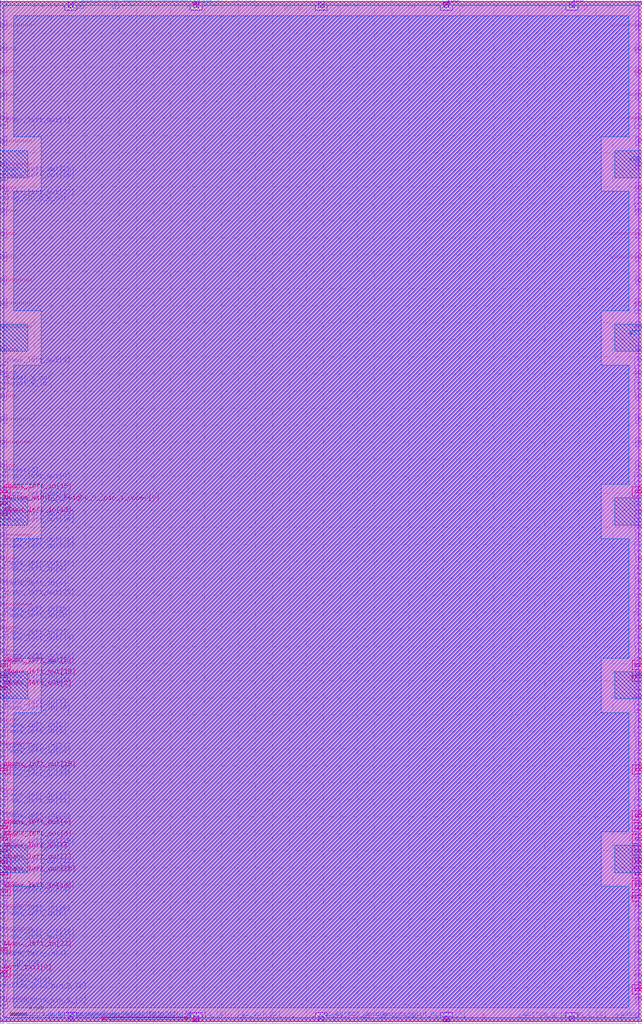
<source format=lef>
VERSION 5.7 ;
BUSBITCHARS "[]" ;

UNITS
  DATABASE MICRONS 1000 ;
END UNITS

MANUFACTURINGGRID 0.005 ;

LAYER li1
  TYPE ROUTING ;
  DIRECTION VERTICAL ;
  PITCH 0.46 ;
  WIDTH 0.17 ;
END li1

LAYER mcon
  TYPE CUT ;
END mcon

LAYER met1
  TYPE ROUTING ;
  DIRECTION HORIZONTAL ;
  PITCH 0.34 ;
  WIDTH 0.14 ;
END met1

LAYER via
  TYPE CUT ;
END via

LAYER met2
  TYPE ROUTING ;
  DIRECTION VERTICAL ;
  PITCH 0.46 ;
  WIDTH 0.14 ;
END met2

LAYER via2
  TYPE CUT ;
END via2

LAYER met3
  TYPE ROUTING ;
  DIRECTION HORIZONTAL ;
  PITCH 0.68 ;
  WIDTH 0.3 ;
END met3

LAYER via3
  TYPE CUT ;
END via3

LAYER met4
  TYPE ROUTING ;
  DIRECTION VERTICAL ;
  PITCH 0.92 ;
  WIDTH 0.3 ;
END met4

LAYER via4
  TYPE CUT ;
END via4

LAYER met5
  TYPE ROUTING ;
  DIRECTION HORIZONTAL ;
  PITCH 3.4 ;
  WIDTH 1.6 ;
END met5

LAYER nwell
  TYPE MASTERSLICE ;
END nwell

LAYER pwell
  TYPE MASTERSLICE ;
END pwell

LAYER OVERLAP
  TYPE OVERLAP ;
END OVERLAP

VIA L1M1_PR
  LAYER li1 ;
    RECT -0.085 -0.085 0.085 0.085 ;
  LAYER mcon ;
    RECT -0.085 -0.085 0.085 0.085 ;
  LAYER met1 ;
    RECT -0.145 -0.115 0.145 0.115 ;
END L1M1_PR

VIA L1M1_PR_R
  LAYER li1 ;
    RECT -0.085 -0.085 0.085 0.085 ;
  LAYER mcon ;
    RECT -0.085 -0.085 0.085 0.085 ;
  LAYER met1 ;
    RECT -0.115 -0.145 0.115 0.145 ;
END L1M1_PR_R

VIA L1M1_PR_M
  LAYER li1 ;
    RECT -0.085 -0.085 0.085 0.085 ;
  LAYER mcon ;
    RECT -0.085 -0.085 0.085 0.085 ;
  LAYER met1 ;
    RECT -0.115 -0.145 0.115 0.145 ;
END L1M1_PR_M

VIA L1M1_PR_MR
  LAYER li1 ;
    RECT -0.085 -0.085 0.085 0.085 ;
  LAYER mcon ;
    RECT -0.085 -0.085 0.085 0.085 ;
  LAYER met1 ;
    RECT -0.145 -0.115 0.145 0.115 ;
END L1M1_PR_MR

VIA L1M1_PR_C
  LAYER li1 ;
    RECT -0.085 -0.085 0.085 0.085 ;
  LAYER mcon ;
    RECT -0.085 -0.085 0.085 0.085 ;
  LAYER met1 ;
    RECT -0.145 -0.145 0.145 0.145 ;
END L1M1_PR_C

VIA M1M2_PR
  LAYER met1 ;
    RECT -0.16 -0.13 0.16 0.13 ;
  LAYER via ;
    RECT -0.075 -0.075 0.075 0.075 ;
  LAYER met2 ;
    RECT -0.13 -0.16 0.13 0.16 ;
END M1M2_PR

VIA M1M2_PR_Enc
  LAYER met1 ;
    RECT -0.16 -0.13 0.16 0.13 ;
  LAYER via ;
    RECT -0.075 -0.075 0.075 0.075 ;
  LAYER met2 ;
    RECT -0.16 -0.13 0.16 0.13 ;
END M1M2_PR_Enc

VIA M1M2_PR_R
  LAYER met1 ;
    RECT -0.13 -0.16 0.13 0.16 ;
  LAYER via ;
    RECT -0.075 -0.075 0.075 0.075 ;
  LAYER met2 ;
    RECT -0.16 -0.13 0.16 0.13 ;
END M1M2_PR_R

VIA M1M2_PR_R_Enc
  LAYER met1 ;
    RECT -0.13 -0.16 0.13 0.16 ;
  LAYER via ;
    RECT -0.075 -0.075 0.075 0.075 ;
  LAYER met2 ;
    RECT -0.13 -0.16 0.13 0.16 ;
END M1M2_PR_R_Enc

VIA M1M2_PR_M
  LAYER met1 ;
    RECT -0.16 -0.13 0.16 0.13 ;
  LAYER via ;
    RECT -0.075 -0.075 0.075 0.075 ;
  LAYER met2 ;
    RECT -0.16 -0.13 0.16 0.13 ;
END M1M2_PR_M

VIA M1M2_PR_M_Enc
  LAYER met1 ;
    RECT -0.16 -0.13 0.16 0.13 ;
  LAYER via ;
    RECT -0.075 -0.075 0.075 0.075 ;
  LAYER met2 ;
    RECT -0.13 -0.16 0.13 0.16 ;
END M1M2_PR_M_Enc

VIA M1M2_PR_MR
  LAYER met1 ;
    RECT -0.13 -0.16 0.13 0.16 ;
  LAYER via ;
    RECT -0.075 -0.075 0.075 0.075 ;
  LAYER met2 ;
    RECT -0.13 -0.16 0.13 0.16 ;
END M1M2_PR_MR

VIA M1M2_PR_MR_Enc
  LAYER met1 ;
    RECT -0.13 -0.16 0.13 0.16 ;
  LAYER via ;
    RECT -0.075 -0.075 0.075 0.075 ;
  LAYER met2 ;
    RECT -0.16 -0.13 0.16 0.13 ;
END M1M2_PR_MR_Enc

VIA M1M2_PR_C
  LAYER met1 ;
    RECT -0.16 -0.16 0.16 0.16 ;
  LAYER via ;
    RECT -0.075 -0.075 0.075 0.075 ;
  LAYER met2 ;
    RECT -0.16 -0.16 0.16 0.16 ;
END M1M2_PR_C

VIA M2M3_PR
  LAYER met2 ;
    RECT -0.14 -0.185 0.14 0.185 ;
  LAYER via2 ;
    RECT -0.1 -0.1 0.1 0.1 ;
  LAYER met3 ;
    RECT -0.165 -0.165 0.165 0.165 ;
END M2M3_PR

VIA M2M3_PR_R
  LAYER met2 ;
    RECT -0.185 -0.14 0.185 0.14 ;
  LAYER via2 ;
    RECT -0.1 -0.1 0.1 0.1 ;
  LAYER met3 ;
    RECT -0.165 -0.165 0.165 0.165 ;
END M2M3_PR_R

VIA M2M3_PR_M
  LAYER met2 ;
    RECT -0.14 -0.185 0.14 0.185 ;
  LAYER via2 ;
    RECT -0.1 -0.1 0.1 0.1 ;
  LAYER met3 ;
    RECT -0.165 -0.165 0.165 0.165 ;
END M2M3_PR_M

VIA M2M3_PR_MR
  LAYER met2 ;
    RECT -0.185 -0.14 0.185 0.14 ;
  LAYER via2 ;
    RECT -0.1 -0.1 0.1 0.1 ;
  LAYER met3 ;
    RECT -0.165 -0.165 0.165 0.165 ;
END M2M3_PR_MR

VIA M2M3_PR_C
  LAYER met2 ;
    RECT -0.185 -0.185 0.185 0.185 ;
  LAYER via2 ;
    RECT -0.1 -0.1 0.1 0.1 ;
  LAYER met3 ;
    RECT -0.165 -0.165 0.165 0.165 ;
END M2M3_PR_C

VIA M3M4_PR
  LAYER met3 ;
    RECT -0.19 -0.16 0.19 0.16 ;
  LAYER via3 ;
    RECT -0.1 -0.1 0.1 0.1 ;
  LAYER met4 ;
    RECT -0.165 -0.165 0.165 0.165 ;
END M3M4_PR

VIA M3M4_PR_R
  LAYER met3 ;
    RECT -0.16 -0.19 0.16 0.19 ;
  LAYER via3 ;
    RECT -0.1 -0.1 0.1 0.1 ;
  LAYER met4 ;
    RECT -0.165 -0.165 0.165 0.165 ;
END M3M4_PR_R

VIA M3M4_PR_M
  LAYER met3 ;
    RECT -0.19 -0.16 0.19 0.16 ;
  LAYER via3 ;
    RECT -0.1 -0.1 0.1 0.1 ;
  LAYER met4 ;
    RECT -0.165 -0.165 0.165 0.165 ;
END M3M4_PR_M

VIA M3M4_PR_MR
  LAYER met3 ;
    RECT -0.16 -0.19 0.16 0.19 ;
  LAYER via3 ;
    RECT -0.1 -0.1 0.1 0.1 ;
  LAYER met4 ;
    RECT -0.165 -0.165 0.165 0.165 ;
END M3M4_PR_MR

VIA M3M4_PR_C
  LAYER met3 ;
    RECT -0.19 -0.19 0.19 0.19 ;
  LAYER via3 ;
    RECT -0.1 -0.1 0.1 0.1 ;
  LAYER met4 ;
    RECT -0.165 -0.165 0.165 0.165 ;
END M3M4_PR_C

VIA M4M5_PR
  LAYER met4 ;
    RECT -0.59 -0.59 0.59 0.59 ;
  LAYER via4 ;
    RECT -0.4 -0.4 0.4 0.4 ;
  LAYER met5 ;
    RECT -0.71 -0.71 0.71 0.71 ;
END M4M5_PR

VIA M4M5_PR_R
  LAYER met4 ;
    RECT -0.59 -0.59 0.59 0.59 ;
  LAYER via4 ;
    RECT -0.4 -0.4 0.4 0.4 ;
  LAYER met5 ;
    RECT -0.71 -0.71 0.71 0.71 ;
END M4M5_PR_R

VIA M4M5_PR_M
  LAYER met4 ;
    RECT -0.59 -0.59 0.59 0.59 ;
  LAYER via4 ;
    RECT -0.4 -0.4 0.4 0.4 ;
  LAYER met5 ;
    RECT -0.71 -0.71 0.71 0.71 ;
END M4M5_PR_M

VIA M4M5_PR_MR
  LAYER met4 ;
    RECT -0.59 -0.59 0.59 0.59 ;
  LAYER via4 ;
    RECT -0.4 -0.4 0.4 0.4 ;
  LAYER met5 ;
    RECT -0.71 -0.71 0.71 0.71 ;
END M4M5_PR_MR

VIA M4M5_PR_C
  LAYER met4 ;
    RECT -0.59 -0.59 0.59 0.59 ;
  LAYER via4 ;
    RECT -0.4 -0.4 0.4 0.4 ;
  LAYER met5 ;
    RECT -0.71 -0.71 0.71 0.71 ;
END M4M5_PR_C

SITE unit
  CLASS CORE ;
  SYMMETRY Y ;
  SIZE 0.46 BY 2.72 ;
END unit

SITE unithddbl
  CLASS CORE ;
  SIZE 0.46 BY 5.44 ;
END unithddbl

MACRO cbx_1__2_
  CLASS BLOCK ;
  ORIGIN 0 0 ;
  SIZE 75.44 BY 119.68 ;
  SYMMETRY X Y ;
  PIN pReset[0]
    DIRECTION INPUT ;
    USE SIGNAL ;
    PORT
      LAYER met1 ;
        RECT 0 64.02 0.595 64.16 ;
    END
  END pReset[0]
  PIN chanx_left_in[0]
    DIRECTION INPUT ;
    USE SIGNAL ;
    PORT
      LAYER met1 ;
        RECT 0 50.76 0.595 50.9 ;
    END
  END chanx_left_in[0]
  PIN chanx_left_in[1]
    DIRECTION INPUT ;
    USE SIGNAL ;
    PORT
      LAYER met1 ;
        RECT 0 33.42 0.595 33.56 ;
    END
  END chanx_left_in[1]
  PIN chanx_left_in[2]
    DIRECTION INPUT ;
    USE SIGNAL ;
    PORT
      LAYER met1 ;
        RECT 0 34.1 0.595 34.24 ;
    END
  END chanx_left_in[2]
  PIN chanx_left_in[3]
    DIRECTION INPUT ;
    USE SIGNAL ;
    PORT
      LAYER met1 ;
        RECT 0 44.98 0.595 45.12 ;
    END
  END chanx_left_in[3]
  PIN chanx_left_in[4]
    DIRECTION INPUT ;
    USE SIGNAL ;
    PORT
      LAYER met1 ;
        RECT 0 7.24 0.595 7.38 ;
    END
  END chanx_left_in[4]
  PIN chanx_left_in[5]
    DIRECTION INPUT ;
    USE SIGNAL ;
    PORT
      LAYER met1 ;
        RECT 0 36.82 0.595 36.96 ;
    END
  END chanx_left_in[5]
  PIN chanx_left_in[6]
    DIRECTION INPUT ;
    USE SIGNAL ;
    PORT
      LAYER met1 ;
        RECT 0 39.2 0.595 39.34 ;
    END
  END chanx_left_in[6]
  PIN chanx_left_in[7]
    DIRECTION INPUT ;
    USE SIGNAL ;
    PORT
      LAYER met3 ;
        RECT 0 19.91 0.8 20.21 ;
    END
  END chanx_left_in[7]
  PIN chanx_left_in[8]
    DIRECTION INPUT ;
    USE SIGNAL ;
    PORT
      LAYER met1 ;
        RECT 0 12 0.595 12.14 ;
    END
  END chanx_left_in[8]
  PIN chanx_left_in[9]
    DIRECTION INPUT ;
    USE SIGNAL ;
    PORT
      LAYER met1 ;
        RECT 0 52.46 0.595 52.6 ;
    END
  END chanx_left_in[9]
  PIN chanx_left_in[10]
    DIRECTION INPUT ;
    USE SIGNAL ;
    PORT
      LAYER met1 ;
        RECT 0 47.7 0.595 47.84 ;
    END
  END chanx_left_in[10]
  PIN chanx_left_in[11]
    DIRECTION INPUT ;
    USE SIGNAL ;
    PORT
      LAYER met1 ;
        RECT 0 25.26 0.595 25.4 ;
    END
  END chanx_left_in[11]
  PIN chanx_left_in[12]
    DIRECTION INPUT ;
    USE SIGNAL ;
    PORT
      LAYER met1 ;
        RECT 0 39.88 0.595 40.02 ;
    END
  END chanx_left_in[12]
  PIN chanx_left_in[13]
    DIRECTION INPUT ;
    USE SIGNAL ;
    PORT
      LAYER met1 ;
        RECT 0 22.88 0.595 23.02 ;
    END
  END chanx_left_in[13]
  PIN chanx_left_in[14]
    DIRECTION INPUT ;
    USE SIGNAL ;
    PORT
      LAYER met1 ;
        RECT 0 36.14 0.595 36.28 ;
    END
  END chanx_left_in[14]
  PIN chanx_left_in[15]
    DIRECTION INPUT ;
    USE SIGNAL ;
    PORT
      LAYER met3 ;
        RECT 0 62.07 0.8 62.37 ;
    END
  END chanx_left_in[15]
  PIN chanx_left_in[16]
    DIRECTION INPUT ;
    USE SIGNAL ;
    PORT
      LAYER met3 ;
        RECT 0 15.15 0.8 15.45 ;
    END
  END chanx_left_in[16]
  PIN chanx_left_in[17]
    DIRECTION INPUT ;
    USE SIGNAL ;
    PORT
      LAYER met1 ;
        RECT 0 25.94 0.595 26.08 ;
    END
  END chanx_left_in[17]
  PIN chanx_left_in[18]
    DIRECTION INPUT ;
    USE SIGNAL ;
    PORT
      LAYER met3 ;
        RECT 0 59.35 0.8 59.65 ;
    END
  END chanx_left_in[18]
  PIN chanx_left_in[19]
    DIRECTION INPUT ;
    USE SIGNAL ;
    PORT
      LAYER met1 ;
        RECT 0 14.72 0.595 14.86 ;
    END
  END chanx_left_in[19]
  PIN chanx_left_in[20]
    DIRECTION INPUT ;
    USE SIGNAL ;
    PORT
      LAYER met1 ;
        RECT 0 17.1 0.595 17.24 ;
    END
  END chanx_left_in[20]
  PIN chanx_left_in[21]
    DIRECTION INPUT ;
    USE SIGNAL ;
    PORT
      LAYER met1 ;
        RECT 0 31.72 0.595 31.86 ;
    END
  END chanx_left_in[21]
  PIN chanx_left_in[22]
    DIRECTION INPUT ;
    USE SIGNAL ;
    PORT
      LAYER met3 ;
        RECT 0 8.35 0.8 8.65 ;
    END
  END chanx_left_in[22]
  PIN chanx_left_in[23]
    DIRECTION INPUT ;
    USE SIGNAL ;
    PORT
      LAYER met1 ;
        RECT 0 23.56 0.595 23.7 ;
    END
  END chanx_left_in[23]
  PIN chanx_left_in[24]
    DIRECTION INPUT ;
    USE SIGNAL ;
    PORT
      LAYER met1 ;
        RECT 0 31.04 0.595 31.18 ;
    END
  END chanx_left_in[24]
  PIN chanx_left_in[25]
    DIRECTION INPUT ;
    USE SIGNAL ;
    PORT
      LAYER met1 ;
        RECT 0 29 0.595 29.14 ;
    END
  END chanx_left_in[25]
  PIN chanx_left_in[26]
    DIRECTION INPUT ;
    USE SIGNAL ;
    PORT
      LAYER met1 ;
        RECT 0 47.02 0.595 47.16 ;
    END
  END chanx_left_in[26]
  PIN chanx_left_in[27]
    DIRECTION INPUT ;
    USE SIGNAL ;
    PORT
      LAYER met1 ;
        RECT 0 60.62 0.595 60.76 ;
    END
  END chanx_left_in[27]
  PIN chanx_left_in[28]
    DIRECTION INPUT ;
    USE SIGNAL ;
    PORT
      LAYER met1 ;
        RECT 0 12.68 0.595 12.82 ;
    END
  END chanx_left_in[28]
  PIN chanx_left_in[29]
    DIRECTION INPUT ;
    USE SIGNAL ;
    PORT
      LAYER met1 ;
        RECT 0 28.32 0.595 28.46 ;
    END
  END chanx_left_in[29]
  PIN chanx_right_in[0]
    DIRECTION INPUT ;
    USE SIGNAL ;
    PORT
      LAYER met1 ;
        RECT 74.845 50.76 75.44 50.9 ;
    END
  END chanx_right_in[0]
  PIN chanx_right_in[1]
    DIRECTION INPUT ;
    USE SIGNAL ;
    PORT
      LAYER met1 ;
        RECT 74.845 83.4 75.44 83.54 ;
    END
  END chanx_right_in[1]
  PIN chanx_right_in[2]
    DIRECTION INPUT ;
    USE SIGNAL ;
    PORT
      LAYER met3 ;
        RECT 74.64 23.99 75.44 24.29 ;
    END
  END chanx_right_in[2]
  PIN chanx_right_in[3]
    DIRECTION INPUT ;
    USE SIGNAL ;
    PORT
      LAYER met1 ;
        RECT 74.845 50.08 75.44 50.22 ;
    END
  END chanx_right_in[3]
  PIN chanx_right_in[4]
    DIRECTION INPUT ;
    USE SIGNAL ;
    PORT
      LAYER met3 ;
        RECT 74.64 22.63 75.44 22.93 ;
    END
  END chanx_right_in[4]
  PIN chanx_right_in[5]
    DIRECTION INPUT ;
    USE SIGNAL ;
    PORT
      LAYER met1 ;
        RECT 74.845 41.92 75.44 42.06 ;
    END
  END chanx_right_in[5]
  PIN chanx_right_in[6]
    DIRECTION INPUT ;
    USE SIGNAL ;
    PORT
      LAYER met1 ;
        RECT 74.845 44.98 75.44 45.12 ;
    END
  END chanx_right_in[6]
  PIN chanx_right_in[7]
    DIRECTION INPUT ;
    USE SIGNAL ;
    PORT
      LAYER met1 ;
        RECT 74.845 25.94 75.44 26.08 ;
    END
  END chanx_right_in[7]
  PIN chanx_right_in[8]
    DIRECTION INPUT ;
    USE SIGNAL ;
    PORT
      LAYER met1 ;
        RECT 74.845 27.98 75.44 28.12 ;
    END
  END chanx_right_in[8]
  PIN chanx_right_in[9]
    DIRECTION INPUT ;
    USE SIGNAL ;
    PORT
      LAYER met1 ;
        RECT 74.845 57.9 75.44 58.04 ;
    END
  END chanx_right_in[9]
  PIN chanx_right_in[10]
    DIRECTION INPUT ;
    USE SIGNAL ;
    PORT
      LAYER met1 ;
        RECT 74.845 22.54 75.44 22.68 ;
    END
  END chanx_right_in[10]
  PIN chanx_right_in[11]
    DIRECTION INPUT ;
    USE SIGNAL ;
    PORT
      LAYER met3 ;
        RECT 74.64 15.83 75.44 16.13 ;
    END
  END chanx_right_in[11]
  PIN chanx_right_in[12]
    DIRECTION INPUT ;
    USE SIGNAL ;
    PORT
      LAYER met1 ;
        RECT 74.845 33.76 75.44 33.9 ;
    END
  END chanx_right_in[12]
  PIN chanx_right_in[13]
    DIRECTION INPUT ;
    USE SIGNAL ;
    PORT
      LAYER met1 ;
        RECT 74.845 23.22 75.44 23.36 ;
    END
  END chanx_right_in[13]
  PIN chanx_right_in[14]
    DIRECTION INPUT ;
    USE SIGNAL ;
    PORT
      LAYER met1 ;
        RECT 74.845 31.38 75.44 31.52 ;
    END
  END chanx_right_in[14]
  PIN chanx_right_in[15]
    DIRECTION INPUT ;
    USE SIGNAL ;
    PORT
      LAYER met3 ;
        RECT 74.64 62.07 75.44 62.37 ;
    END
  END chanx_right_in[15]
  PIN chanx_right_in[16]
    DIRECTION INPUT ;
    USE SIGNAL ;
    PORT
      LAYER met1 ;
        RECT 74.845 14.72 75.44 14.86 ;
    END
  END chanx_right_in[16]
  PIN chanx_right_in[17]
    DIRECTION INPUT ;
    USE SIGNAL ;
    PORT
      LAYER met1 ;
        RECT 74.845 12.68 75.44 12.82 ;
    END
  END chanx_right_in[17]
  PIN chanx_right_in[18]
    DIRECTION INPUT ;
    USE SIGNAL ;
    PORT
      LAYER met1 ;
        RECT 74.845 36.48 75.44 36.62 ;
    END
  END chanx_right_in[18]
  PIN chanx_right_in[19]
    DIRECTION INPUT ;
    USE SIGNAL ;
    PORT
      LAYER met3 ;
        RECT 74.64 21.27 75.44 21.57 ;
    END
  END chanx_right_in[19]
  PIN chanx_right_in[20]
    DIRECTION INPUT ;
    USE SIGNAL ;
    PORT
      LAYER met1 ;
        RECT 74.845 12 75.44 12.14 ;
    END
  END chanx_right_in[20]
  PIN chanx_right_in[21]
    DIRECTION INPUT ;
    USE SIGNAL ;
    PORT
      LAYER met1 ;
        RECT 74.845 30.7 75.44 30.84 ;
    END
  END chanx_right_in[21]
  PIN chanx_right_in[22]
    DIRECTION INPUT ;
    USE SIGNAL ;
    PORT
      LAYER met1 ;
        RECT 74.845 34.44 75.44 34.58 ;
    END
  END chanx_right_in[22]
  PIN chanx_right_in[23]
    DIRECTION INPUT ;
    USE SIGNAL ;
    PORT
      LAYER met1 ;
        RECT 74.845 9.96 75.44 10.1 ;
    END
  END chanx_right_in[23]
  PIN chanx_right_in[24]
    DIRECTION INPUT ;
    USE SIGNAL ;
    PORT
      LAYER met3 ;
        RECT 74.64 40.31 75.44 40.61 ;
    END
  END chanx_right_in[24]
  PIN chanx_right_in[25]
    DIRECTION INPUT ;
    USE SIGNAL ;
    PORT
      LAYER met1 ;
        RECT 74.845 25.26 75.44 25.4 ;
    END
  END chanx_right_in[25]
  PIN chanx_right_in[26]
    DIRECTION INPUT ;
    USE SIGNAL ;
    PORT
      LAYER met1 ;
        RECT 74.845 6.56 75.44 6.7 ;
    END
  END chanx_right_in[26]
  PIN chanx_right_in[27]
    DIRECTION INPUT ;
    USE SIGNAL ;
    PORT
      LAYER met1 ;
        RECT 74.845 55.18 75.44 55.32 ;
    END
  END chanx_right_in[27]
  PIN chanx_right_in[28]
    DIRECTION INPUT ;
    USE SIGNAL ;
    PORT
      LAYER met1 ;
        RECT 74.845 18.12 75.44 18.26 ;
    END
  END chanx_right_in[28]
  PIN chanx_right_in[29]
    DIRECTION INPUT ;
    USE SIGNAL ;
    PORT
      LAYER met1 ;
        RECT 74.845 15.4 75.44 15.54 ;
    END
  END chanx_right_in[29]
  PIN ccff_head[0]
    DIRECTION INPUT ;
    USE SIGNAL ;
    PORT
      LAYER met1 ;
        RECT 74.845 3.84 75.44 3.98 ;
    END
  END ccff_head[0]
  PIN chanx_left_out[0]
    DIRECTION OUTPUT ;
    USE SIGNAL ;
    PORT
      LAYER met3 ;
        RECT 0 22.63 0.8 22.93 ;
    END
  END chanx_left_out[0]
  PIN chanx_left_out[1]
    DIRECTION OUTPUT ;
    USE SIGNAL ;
    PORT
      LAYER met1 ;
        RECT 0 105.16 0.595 105.3 ;
    END
  END chanx_left_out[1]
  PIN chanx_left_out[2]
    DIRECTION OUTPUT ;
    USE SIGNAL ;
    PORT
      LAYER met3 ;
        RECT 0 38.95 0.8 39.25 ;
    END
  END chanx_left_out[2]
  PIN chanx_left_out[3]
    DIRECTION OUTPUT ;
    USE SIGNAL ;
    PORT
      LAYER met1 ;
        RECT 0 61.3 0.595 61.44 ;
    END
  END chanx_left_out[3]
  PIN chanx_left_out[4]
    DIRECTION OUTPUT ;
    USE SIGNAL ;
    PORT
      LAYER met1 ;
        RECT 0 19.82 0.595 19.96 ;
    END
  END chanx_left_out[4]
  PIN chanx_left_out[5]
    DIRECTION OUTPUT ;
    USE SIGNAL ;
    PORT
      LAYER met1 ;
        RECT 0 76.94 0.595 77.08 ;
    END
  END chanx_left_out[5]
  PIN chanx_left_out[6]
    DIRECTION OUTPUT ;
    USE SIGNAL ;
    PORT
      LAYER met3 ;
        RECT 0 21.27 0.8 21.57 ;
    END
  END chanx_left_out[6]
  PIN chanx_left_out[7]
    DIRECTION OUTPUT ;
    USE SIGNAL ;
    PORT
      LAYER met3 ;
        RECT 0 18.55 0.8 18.85 ;
    END
  END chanx_left_out[7]
  PIN chanx_left_out[8]
    DIRECTION OUTPUT ;
    USE SIGNAL ;
    PORT
      LAYER met3 ;
        RECT 0 41.67 0.8 41.97 ;
    END
  END chanx_left_out[8]
  PIN chanx_left_out[9]
    DIRECTION OUTPUT ;
    USE SIGNAL ;
    PORT
      LAYER met1 ;
        RECT 0 63.34 0.595 63.48 ;
    END
  END chanx_left_out[9]
  PIN chanx_left_out[10]
    DIRECTION OUTPUT ;
    USE SIGNAL ;
    PORT
      LAYER met1 ;
        RECT 0 55.18 0.595 55.32 ;
    END
  END chanx_left_out[10]
  PIN chanx_left_out[11]
    DIRECTION OUTPUT ;
    USE SIGNAL ;
    PORT
      LAYER met1 ;
        RECT 0 18.12 0.595 18.26 ;
    END
  END chanx_left_out[11]
  PIN chanx_left_out[12]
    DIRECTION OUTPUT ;
    USE SIGNAL ;
    PORT
      LAYER met1 ;
        RECT 0 41.58 0.595 41.72 ;
    END
  END chanx_left_out[12]
  PIN chanx_left_out[13]
    DIRECTION OUTPUT ;
    USE SIGNAL ;
    PORT
      LAYER met1 ;
        RECT 0 53.14 0.595 53.28 ;
    END
  END chanx_left_out[13]
  PIN chanx_left_out[14]
    DIRECTION OUTPUT ;
    USE SIGNAL ;
    PORT
      LAYER met1 ;
        RECT 0 9.96 0.595 10.1 ;
    END
  END chanx_left_out[14]
  PIN chanx_left_out[15]
    DIRECTION OUTPUT ;
    USE SIGNAL ;
    PORT
      LAYER met3 ;
        RECT 0 29.43 0.8 29.73 ;
    END
  END chanx_left_out[15]
  PIN chanx_left_out[16]
    DIRECTION OUTPUT ;
    USE SIGNAL ;
    PORT
      LAYER met3 ;
        RECT 0 40.31 0.8 40.61 ;
    END
  END chanx_left_out[16]
  PIN chanx_left_out[17]
    DIRECTION OUTPUT ;
    USE SIGNAL ;
    PORT
      LAYER met1 ;
        RECT 0 15.4 0.595 15.54 ;
    END
  END chanx_left_out[17]
  PIN chanx_left_out[18]
    DIRECTION OUTPUT ;
    USE SIGNAL ;
    PORT
      LAYER met1 ;
        RECT 0 44.3 0.595 44.44 ;
    END
  END chanx_left_out[18]
  PIN chanx_left_out[19]
    DIRECTION OUTPUT ;
    USE SIGNAL ;
    PORT
      LAYER met1 ;
        RECT 0 55.86 0.595 56 ;
    END
  END chanx_left_out[19]
  PIN chanx_left_out[20]
    DIRECTION OUTPUT ;
    USE SIGNAL ;
    PORT
      LAYER met1 ;
        RECT 0 99.38 0.595 99.52 ;
    END
  END chanx_left_out[20]
  PIN chanx_left_out[21]
    DIRECTION OUTPUT ;
    USE SIGNAL ;
    PORT
      LAYER met1 ;
        RECT 0 42.26 0.595 42.4 ;
    END
  END chanx_left_out[21]
  PIN chanx_left_out[22]
    DIRECTION OUTPUT ;
    USE SIGNAL ;
    PORT
      LAYER met1 ;
        RECT 0 9.28 0.595 9.42 ;
    END
  END chanx_left_out[22]
  PIN chanx_left_out[23]
    DIRECTION OUTPUT ;
    USE SIGNAL ;
    PORT
      LAYER met1 ;
        RECT 0 58.92 0.595 59.06 ;
    END
  END chanx_left_out[23]
  PIN chanx_left_out[24]
    DIRECTION OUTPUT ;
    USE SIGNAL ;
    PORT
      LAYER met1 ;
        RECT 0 58.24 0.595 58.38 ;
    END
  END chanx_left_out[24]
  PIN chanx_left_out[25]
    DIRECTION OUTPUT ;
    USE SIGNAL ;
    PORT
      LAYER met1 ;
        RECT 0 49.74 0.595 49.88 ;
    END
  END chanx_left_out[25]
  PIN chanx_left_out[26]
    DIRECTION OUTPUT ;
    USE SIGNAL ;
    PORT
      LAYER met1 ;
        RECT 0 20.5 0.595 20.64 ;
    END
  END chanx_left_out[26]
  PIN chanx_left_out[27]
    DIRECTION OUTPUT ;
    USE SIGNAL ;
    PORT
      LAYER met1 ;
        RECT 0 96.66 0.595 96.8 ;
    END
  END chanx_left_out[27]
  PIN chanx_left_out[28]
    DIRECTION OUTPUT ;
    USE SIGNAL ;
    PORT
      LAYER met3 ;
        RECT 0 17.19 0.8 17.49 ;
    END
  END chanx_left_out[28]
  PIN chanx_left_out[29]
    DIRECTION OUTPUT ;
    USE SIGNAL ;
    PORT
      LAYER met1 ;
        RECT 0 98.7 0.595 98.84 ;
    END
  END chanx_left_out[29]
  PIN chanx_right_out[0]
    DIRECTION OUTPUT ;
    USE SIGNAL ;
    PORT
      LAYER met1 ;
        RECT 74.845 42.6 75.44 42.74 ;
    END
  END chanx_right_out[0]
  PIN chanx_right_out[1]
    DIRECTION OUTPUT ;
    USE SIGNAL ;
    PORT
      LAYER met3 ;
        RECT 74.64 19.91 75.44 20.21 ;
    END
  END chanx_right_out[1]
  PIN chanx_right_out[2]
    DIRECTION OUTPUT ;
    USE SIGNAL ;
    PORT
      LAYER met3 ;
        RECT 74.64 17.19 75.44 17.49 ;
    END
  END chanx_right_out[2]
  PIN chanx_right_out[3]
    DIRECTION OUTPUT ;
    USE SIGNAL ;
    PORT
      LAYER met3 ;
        RECT 74.64 29.43 75.44 29.73 ;
    END
  END chanx_right_out[3]
  PIN chanx_right_out[4]
    DIRECTION OUTPUT ;
    USE SIGNAL ;
    PORT
      LAYER met1 ;
        RECT 74.845 44.3 75.44 44.44 ;
    END
  END chanx_right_out[4]
  PIN chanx_right_out[5]
    DIRECTION OUTPUT ;
    USE SIGNAL ;
    PORT
      LAYER met1 ;
        RECT 74.845 47.02 75.44 47.16 ;
    END
  END chanx_right_out[5]
  PIN chanx_right_out[6]
    DIRECTION OUTPUT ;
    USE SIGNAL ;
    PORT
      LAYER met1 ;
        RECT 74.845 9.28 75.44 9.42 ;
    END
  END chanx_right_out[6]
  PIN chanx_right_out[7]
    DIRECTION OUTPUT ;
    USE SIGNAL ;
    PORT
      LAYER met1 ;
        RECT 74.845 38.86 75.44 39 ;
    END
  END chanx_right_out[7]
  PIN chanx_right_out[8]
    DIRECTION OUTPUT ;
    USE SIGNAL ;
    PORT
      LAYER met1 ;
        RECT 74.845 60.62 75.44 60.76 ;
    END
  END chanx_right_out[8]
  PIN chanx_right_out[9]
    DIRECTION OUTPUT ;
    USE SIGNAL ;
    PORT
      LAYER met1 ;
        RECT 74.845 29 75.44 29.14 ;
    END
  END chanx_right_out[9]
  PIN chanx_right_out[10]
    DIRECTION OUTPUT ;
    USE SIGNAL ;
    PORT
      LAYER met3 ;
        RECT 74.64 14.47 75.44 14.77 ;
    END
  END chanx_right_out[10]
  PIN chanx_right_out[11]
    DIRECTION OUTPUT ;
    USE SIGNAL ;
    PORT
      LAYER met1 ;
        RECT 74.845 37.16 75.44 37.3 ;
    END
  END chanx_right_out[11]
  PIN chanx_right_out[12]
    DIRECTION OUTPUT ;
    USE SIGNAL ;
    PORT
      LAYER met1 ;
        RECT 74.845 58.92 75.44 59.06 ;
    END
  END chanx_right_out[12]
  PIN chanx_right_out[13]
    DIRECTION OUTPUT ;
    USE SIGNAL ;
    PORT
      LAYER met1 ;
        RECT 74.845 55.86 75.44 56 ;
    END
  END chanx_right_out[13]
  PIN chanx_right_out[14]
    DIRECTION OUTPUT ;
    USE SIGNAL ;
    PORT
      LAYER met1 ;
        RECT 74.845 77.62 75.44 77.76 ;
    END
  END chanx_right_out[14]
  PIN chanx_right_out[15]
    DIRECTION OUTPUT ;
    USE SIGNAL ;
    PORT
      LAYER met1 ;
        RECT 74.845 95.98 75.44 96.12 ;
    END
  END chanx_right_out[15]
  PIN chanx_right_out[16]
    DIRECTION OUTPUT ;
    USE SIGNAL ;
    PORT
      LAYER met1 ;
        RECT 74.845 74.9 75.44 75.04 ;
    END
  END chanx_right_out[16]
  PIN chanx_right_out[17]
    DIRECTION OUTPUT ;
    USE SIGNAL ;
    PORT
      LAYER met1 ;
        RECT 74.845 76.94 75.44 77.08 ;
    END
  END chanx_right_out[17]
  PIN chanx_right_out[18]
    DIRECTION OUTPUT ;
    USE SIGNAL ;
    PORT
      LAYER met1 ;
        RECT 74.845 61.64 75.44 61.78 ;
    END
  END chanx_right_out[18]
  PIN chanx_right_out[19]
    DIRECTION OUTPUT ;
    USE SIGNAL ;
    PORT
      LAYER met1 ;
        RECT 74.845 19.82 75.44 19.96 ;
    END
  END chanx_right_out[19]
  PIN chanx_right_out[20]
    DIRECTION OUTPUT ;
    USE SIGNAL ;
    PORT
      LAYER met1 ;
        RECT 74.845 20.5 75.44 20.64 ;
    END
  END chanx_right_out[20]
  PIN chanx_right_out[21]
    DIRECTION OUTPUT ;
    USE SIGNAL ;
    PORT
      LAYER met1 ;
        RECT 74.845 105.16 75.44 105.3 ;
    END
  END chanx_right_out[21]
  PIN chanx_right_out[22]
    DIRECTION OUTPUT ;
    USE SIGNAL ;
    PORT
      LAYER met1 ;
        RECT 74.845 17.44 75.44 17.58 ;
    END
  END chanx_right_out[22]
  PIN chanx_right_out[23]
    DIRECTION OUTPUT ;
    USE SIGNAL ;
    PORT
      LAYER met3 ;
        RECT 74.64 41.67 75.44 41.97 ;
    END
  END chanx_right_out[23]
  PIN chanx_right_out[24]
    DIRECTION OUTPUT ;
    USE SIGNAL ;
    PORT
      LAYER met1 ;
        RECT 74.845 39.88 75.44 40.02 ;
    END
  END chanx_right_out[24]
  PIN chanx_right_out[25]
    DIRECTION OUTPUT ;
    USE SIGNAL ;
    PORT
      LAYER met1 ;
        RECT 74.845 96.66 75.44 96.8 ;
    END
  END chanx_right_out[25]
  PIN chanx_right_out[26]
    DIRECTION OUTPUT ;
    USE SIGNAL ;
    PORT
      LAYER met3 ;
        RECT 74.64 18.55 75.44 18.85 ;
    END
  END chanx_right_out[26]
  PIN chanx_right_out[27]
    DIRECTION OUTPUT ;
    USE SIGNAL ;
    PORT
      LAYER met1 ;
        RECT 74.845 47.7 75.44 47.84 ;
    END
  END chanx_right_out[27]
  PIN chanx_right_out[28]
    DIRECTION OUTPUT ;
    USE SIGNAL ;
    PORT
      LAYER met1 ;
        RECT 74.845 74.22 75.44 74.36 ;
    END
  END chanx_right_out[28]
  PIN chanx_right_out[29]
    DIRECTION OUTPUT ;
    USE SIGNAL ;
    PORT
      LAYER met1 ;
        RECT 74.845 53.14 75.44 53.28 ;
    END
  END chanx_right_out[29]
  PIN top_grid_pin_0_[0]
    DIRECTION OUTPUT ;
    USE SIGNAL ;
    PORT
      LAYER met1 ;
        RECT 74.845 64.02 75.44 64.16 ;
    END
  END top_grid_pin_0_[0]
  PIN bottom_grid_pin_0_[0]
    DIRECTION OUTPUT ;
    USE SIGNAL ;
    PORT
      LAYER met2 ;
        RECT 42.94 0 43.08 0.485 ;
    END
  END bottom_grid_pin_0_[0]
  PIN bottom_grid_pin_1_[0]
    DIRECTION OUTPUT ;
    USE SIGNAL ;
    PORT
      LAYER met2 ;
        RECT 39.26 0 39.4 0.485 ;
    END
  END bottom_grid_pin_1_[0]
  PIN bottom_grid_pin_2_[0]
    DIRECTION OUTPUT ;
    USE SIGNAL ;
    PORT
      LAYER met2 ;
        RECT 61.34 0 61.48 0.485 ;
    END
  END bottom_grid_pin_2_[0]
  PIN bottom_grid_pin_3_[0]
    DIRECTION OUTPUT ;
    USE SIGNAL ;
    PORT
      LAYER met2 ;
        RECT 44.78 0 44.92 0.485 ;
    END
  END bottom_grid_pin_3_[0]
  PIN bottom_grid_pin_4_[0]
    DIRECTION OUTPUT ;
    USE SIGNAL ;
    PORT
      LAYER met2 ;
        RECT 5.68 0 5.82 0.485 ;
    END
  END bottom_grid_pin_4_[0]
  PIN bottom_grid_pin_5_[0]
    DIRECTION OUTPUT ;
    USE SIGNAL ;
    PORT
      LAYER met1 ;
        RECT 0 1.8 0.595 1.94 ;
    END
  END bottom_grid_pin_5_[0]
  PIN bottom_grid_pin_6_[0]
    DIRECTION OUTPUT ;
    USE SIGNAL ;
    PORT
      LAYER met2 ;
        RECT 3.38 0 3.52 0.485 ;
    END
  END bottom_grid_pin_6_[0]
  PIN bottom_grid_pin_7_[0]
    DIRECTION OUTPUT ;
    USE SIGNAL ;
    PORT
      LAYER met2 ;
        RECT 6.6 0 6.74 0.485 ;
    END
  END bottom_grid_pin_7_[0]
  PIN bottom_grid_pin_8_[0]
    DIRECTION OUTPUT ;
    USE SIGNAL ;
    PORT
      LAYER met2 ;
        RECT 13.04 0 13.18 0.485 ;
    END
  END bottom_grid_pin_8_[0]
  PIN bottom_grid_pin_9_[0]
    DIRECTION OUTPUT ;
    USE SIGNAL ;
    PORT
      LAYER met1 ;
        RECT 0 3.5 0.595 3.64 ;
    END
  END bottom_grid_pin_9_[0]
  PIN bottom_grid_pin_10_[0]
    DIRECTION OUTPUT ;
    USE SIGNAL ;
    PORT
      LAYER met2 ;
        RECT 8.44 0 8.58 0.485 ;
    END
  END bottom_grid_pin_10_[0]
  PIN bottom_grid_pin_11_[0]
    DIRECTION OUTPUT ;
    USE SIGNAL ;
    PORT
      LAYER met2 ;
        RECT 10.28 0 10.42 0.485 ;
    END
  END bottom_grid_pin_11_[0]
  PIN bottom_grid_pin_12_[0]
    DIRECTION OUTPUT ;
    USE SIGNAL ;
    PORT
      LAYER met2 ;
        RECT 12.12 0 12.26 0.485 ;
    END
  END bottom_grid_pin_12_[0]
  PIN bottom_grid_pin_13_[0]
    DIRECTION OUTPUT ;
    USE SIGNAL ;
    PORT
      LAYER met2 ;
        RECT 11.2 0 11.34 0.485 ;
    END
  END bottom_grid_pin_13_[0]
  PIN bottom_grid_pin_14_[0]
    DIRECTION OUTPUT ;
    USE SIGNAL ;
    PORT
      LAYER met2 ;
        RECT 16.26 0 16.4 0.485 ;
    END
  END bottom_grid_pin_14_[0]
  PIN bottom_grid_pin_15_[0]
    DIRECTION OUTPUT ;
    USE SIGNAL ;
    PORT
      LAYER met2 ;
        RECT 9.36 0 9.5 0.485 ;
    END
  END bottom_grid_pin_15_[0]
  PIN ccff_tail[0]
    DIRECTION OUTPUT ;
    USE SIGNAL ;
    PORT
      LAYER met3 ;
        RECT 0 5.63 0.8 5.93 ;
    END
  END ccff_tail[0]
  PIN IO_ISOL_N[0]
    DIRECTION INPUT ;
    USE SIGNAL ;
    PORT
      LAYER met1 ;
        RECT 0 4.18 0.595 4.32 ;
    END
  END IO_ISOL_N[0]
  PIN gfpga_pad_EMBEDDED_IO_HD_SOC_IN[0]
    DIRECTION INPUT ;
    USE SIGNAL ;
    PORT
      LAYER met2 ;
        RECT 9.36 119.195 9.5 119.68 ;
    END
  END gfpga_pad_EMBEDDED_IO_HD_SOC_IN[0]
  PIN gfpga_pad_EMBEDDED_IO_HD_SOC_OUT[0]
    DIRECTION OUTPUT ;
    USE SIGNAL ;
    PORT
      LAYER met2 ;
        RECT 13.5 119.195 13.64 119.68 ;
    END
  END gfpga_pad_EMBEDDED_IO_HD_SOC_OUT[0]
  PIN gfpga_pad_EMBEDDED_IO_HD_SOC_DIR[0]
    DIRECTION OUTPUT ;
    USE SIGNAL ;
    PORT
      LAYER met2 ;
        RECT 8.44 119.195 8.58 119.68 ;
    END
  END gfpga_pad_EMBEDDED_IO_HD_SOC_DIR[0]
  PIN bottom_width_0_height_0__pin_0_[0]
    DIRECTION INPUT ;
    USE SIGNAL ;
    PORT
      LAYER met1 ;
        RECT 74.845 63.34 75.44 63.48 ;
    END
  END bottom_width_0_height_0__pin_0_[0]
  PIN bottom_width_0_height_0__pin_1_upper[0]
    DIRECTION OUTPUT ;
    USE SIGNAL ;
    PORT
      LAYER met3 ;
        RECT 0 60.71 0.8 61.01 ;
    END
  END bottom_width_0_height_0__pin_1_upper[0]
  PIN bottom_width_0_height_0__pin_1_lower[0]
    DIRECTION OUTPUT ;
    USE SIGNAL ;
    PORT
      LAYER met1 ;
        RECT 74.845 7.24 75.44 7.38 ;
    END
  END bottom_width_0_height_0__pin_1_lower[0]
  PIN SC_IN_TOP
    DIRECTION INPUT ;
    USE SIGNAL ;
    PORT
      LAYER met1 ;
        RECT 0 6.22 0.595 6.36 ;
    END
  END SC_IN_TOP
  PIN SC_OUT_BOT
    DIRECTION OUTPUT ;
    USE SIGNAL ;
    PORT
      LAYER met2 ;
        RECT 28.22 0 28.36 0.485 ;
    END
  END SC_OUT_BOT
  PIN SC_IN_BOT
    DIRECTION INPUT ;
    USE SIGNAL ;
    PORT
      LAYER met2 ;
        RECT 37.88 0 38.02 0.485 ;
    END
  END SC_IN_BOT
  PIN SC_OUT_TOP
    DIRECTION OUTPUT ;
    USE SIGNAL ;
    PORT
      LAYER met1 ;
        RECT 74.845 4.52 75.44 4.66 ;
    END
  END SC_OUT_TOP
  PIN pReset_E_in
    DIRECTION INPUT ;
    USE SIGNAL ;
    PORT
      LAYER met1 ;
        RECT 74.845 52.46 75.44 52.6 ;
    END
  END pReset_E_in
  PIN pReset_W_in
    DIRECTION INPUT ;
    USE SIGNAL ;
    PORT
      LAYER met1 ;
        RECT 0 74.22 0.595 74.36 ;
    END
  END pReset_W_in
  PIN pReset_W_out
    DIRECTION OUTPUT ;
    USE SIGNAL ;
    PORT
      LAYER met1 ;
        RECT 0 74.9 0.595 75.04 ;
    END
  END pReset_W_out
  PIN pReset_S_out
    DIRECTION OUTPUT ;
    USE SIGNAL ;
    PORT
      LAYER met2 ;
        RECT 72.84 0 72.98 0.485 ;
    END
  END pReset_S_out
  PIN pReset_E_out
    DIRECTION OUTPUT ;
    USE SIGNAL ;
    PORT
      LAYER met3 ;
        RECT 74.64 3.59 75.44 3.89 ;
    END
  END pReset_E_out
  PIN prog_clk_0_S_in
    DIRECTION INPUT ;
    USE CLOCK ;
    PORT
      LAYER met2 ;
        RECT 2.46 0 2.6 0.485 ;
    END
  END prog_clk_0_S_in
  PIN prog_clk_0_W_out
    DIRECTION OUTPUT ;
    USE CLOCK ;
    PORT
      LAYER met1 ;
        RECT 0 95.98 0.595 96.12 ;
    END
  END prog_clk_0_W_out
  PIN VDD
    DIRECTION INPUT ;
    USE POWER ;
    PORT
      LAYER met5 ;
        RECT 0 17.44 3.2 20.64 ;
        RECT 72.24 17.44 75.44 20.64 ;
        RECT 0 58.24 3.2 61.44 ;
        RECT 72.24 58.24 75.44 61.44 ;
        RECT 0 99.04 3.2 102.24 ;
        RECT 72.24 99.04 75.44 102.24 ;
      LAYER met4 ;
        RECT 7.98 0 8.58 0.6 ;
        RECT 37.42 0 38.02 0.6 ;
        RECT 66.86 0 67.46 0.6 ;
        RECT 7.98 119.08 8.58 119.68 ;
        RECT 37.42 119.08 38.02 119.68 ;
        RECT 66.86 119.08 67.46 119.68 ;
      LAYER met1 ;
        RECT 0 2.48 0.48 2.96 ;
        RECT 74.96 2.48 75.44 2.96 ;
        RECT 0 7.92 0.48 8.4 ;
        RECT 74.96 7.92 75.44 8.4 ;
        RECT 0 13.36 0.48 13.84 ;
        RECT 74.96 13.36 75.44 13.84 ;
        RECT 0 18.8 0.48 19.28 ;
        RECT 74.96 18.8 75.44 19.28 ;
        RECT 0 24.24 0.48 24.72 ;
        RECT 74.96 24.24 75.44 24.72 ;
        RECT 0 29.68 0.48 30.16 ;
        RECT 74.96 29.68 75.44 30.16 ;
        RECT 0 35.12 0.48 35.6 ;
        RECT 74.96 35.12 75.44 35.6 ;
        RECT 0 40.56 0.48 41.04 ;
        RECT 74.96 40.56 75.44 41.04 ;
        RECT 0 46 0.48 46.48 ;
        RECT 74.96 46 75.44 46.48 ;
        RECT 0 51.44 0.48 51.92 ;
        RECT 74.96 51.44 75.44 51.92 ;
        RECT 0 56.88 0.48 57.36 ;
        RECT 74.96 56.88 75.44 57.36 ;
        RECT 0 62.32 0.48 62.8 ;
        RECT 74.96 62.32 75.44 62.8 ;
        RECT 0 67.76 0.48 68.24 ;
        RECT 74.96 67.76 75.44 68.24 ;
        RECT 0 73.2 0.48 73.68 ;
        RECT 74.96 73.2 75.44 73.68 ;
        RECT 0 78.64 0.48 79.12 ;
        RECT 74.96 78.64 75.44 79.12 ;
        RECT 0 84.08 0.48 84.56 ;
        RECT 74.96 84.08 75.44 84.56 ;
        RECT 0 89.52 0.48 90 ;
        RECT 74.96 89.52 75.44 90 ;
        RECT 0 94.96 0.48 95.44 ;
        RECT 74.96 94.96 75.44 95.44 ;
        RECT 0 100.4 0.48 100.88 ;
        RECT 74.96 100.4 75.44 100.88 ;
        RECT 0 105.84 0.48 106.32 ;
        RECT 74.96 105.84 75.44 106.32 ;
        RECT 0 111.28 0.48 111.76 ;
        RECT 74.96 111.28 75.44 111.76 ;
        RECT 0 116.72 0.48 117.2 ;
        RECT 74.96 116.72 75.44 117.2 ;
    END
  END VDD
  PIN VSS
    DIRECTION INPUT ;
    USE GROUND ;
    PORT
      LAYER met5 ;
        RECT 0 37.84 3.2 41.04 ;
        RECT 72.24 37.84 75.44 41.04 ;
        RECT 0 78.64 3.2 81.84 ;
        RECT 72.24 78.64 75.44 81.84 ;
      LAYER met4 ;
        RECT 22.7 0 23.3 0.6 ;
        RECT 52.14 0 52.74 0.6 ;
        RECT 22.7 119.08 23.3 119.68 ;
        RECT 52.14 119.08 52.74 119.68 ;
      LAYER met1 ;
        RECT 0 -0.24 0.48 0.24 ;
        RECT 74.96 -0.24 75.44 0.24 ;
        RECT 0 5.2 0.48 5.68 ;
        RECT 74.96 5.2 75.44 5.68 ;
        RECT 0 10.64 0.48 11.12 ;
        RECT 74.96 10.64 75.44 11.12 ;
        RECT 0 16.08 0.48 16.56 ;
        RECT 74.96 16.08 75.44 16.56 ;
        RECT 0 21.52 0.48 22 ;
        RECT 74.96 21.52 75.44 22 ;
        RECT 0 26.96 0.48 27.44 ;
        RECT 74.96 26.96 75.44 27.44 ;
        RECT 0 32.4 0.48 32.88 ;
        RECT 74.96 32.4 75.44 32.88 ;
        RECT 0 37.84 0.48 38.32 ;
        RECT 74.96 37.84 75.44 38.32 ;
        RECT 0 43.28 0.48 43.76 ;
        RECT 74.96 43.28 75.44 43.76 ;
        RECT 0 48.72 0.48 49.2 ;
        RECT 74.96 48.72 75.44 49.2 ;
        RECT 0 54.16 0.48 54.64 ;
        RECT 74.96 54.16 75.44 54.64 ;
        RECT 0 59.6 0.48 60.08 ;
        RECT 74.96 59.6 75.44 60.08 ;
        RECT 0 65.04 0.48 65.52 ;
        RECT 74.96 65.04 75.44 65.52 ;
        RECT 0 70.48 0.48 70.96 ;
        RECT 74.96 70.48 75.44 70.96 ;
        RECT 0 75.92 0.48 76.4 ;
        RECT 74.96 75.92 75.44 76.4 ;
        RECT 0 81.36 0.48 81.84 ;
        RECT 74.96 81.36 75.44 81.84 ;
        RECT 0 86.8 0.48 87.28 ;
        RECT 74.96 86.8 75.44 87.28 ;
        RECT 0 92.24 0.48 92.72 ;
        RECT 74.96 92.24 75.44 92.72 ;
        RECT 0 97.68 0.48 98.16 ;
        RECT 74.96 97.68 75.44 98.16 ;
        RECT 0 103.12 0.48 103.6 ;
        RECT 74.96 103.12 75.44 103.6 ;
        RECT 0 108.56 0.48 109.04 ;
        RECT 74.96 108.56 75.44 109.04 ;
        RECT 0 114 0.48 114.48 ;
        RECT 74.96 114 75.44 114.48 ;
        RECT 0 119.44 0.48 119.92 ;
        RECT 74.96 119.44 75.44 119.92 ;
    END
  END VSS
  OBS
    LAYER met1 ;
      POLYGON 74.68 119.92 74.68 119.44 52.6 119.44 52.6 119.43 52.28 119.43 52.28 119.44 23.16 119.44 23.16 119.43 22.84 119.43 22.84 119.44 0.76 119.44 0.76 119.92 ;
      POLYGON 52.6 0.25 52.6 0.24 74.68 0.24 74.68 -0.24 0.76 -0.24 0.76 0.24 22.84 0.24 22.84 0.25 23.16 0.25 23.16 0.24 52.28 0.24 52.28 0.25 ;
      POLYGON 74.68 119.4 74.68 119.16 75.16 119.16 75.16 117.48 74.68 117.48 74.68 116.44 75.16 116.44 75.16 114.76 74.68 114.76 74.68 113.72 75.16 113.72 75.16 112.04 74.68 112.04 74.68 111 75.16 111 75.16 109.32 74.68 109.32 74.68 108.28 75.16 108.28 75.16 106.6 74.68 106.6 74.68 105.58 74.565 105.58 74.565 104.88 75.16 104.88 75.16 103.88 74.68 103.88 74.68 102.84 75.16 102.84 75.16 101.16 74.68 101.16 74.68 100.12 75.16 100.12 75.16 98.44 74.68 98.44 74.68 97.4 75.16 97.4 75.16 97.08 74.565 97.08 74.565 95.7 74.68 95.7 74.68 94.68 75.16 94.68 75.16 93 74.68 93 74.68 91.96 75.16 91.96 75.16 90.28 74.68 90.28 74.68 89.24 75.16 89.24 75.16 87.56 74.68 87.56 74.68 86.52 75.16 86.52 75.16 84.84 74.68 84.84 74.68 83.82 74.565 83.82 74.565 83.12 75.16 83.12 75.16 82.12 74.68 82.12 74.68 81.08 75.16 81.08 75.16 79.4 74.68 79.4 74.68 78.36 75.16 78.36 75.16 78.04 74.565 78.04 74.565 76.66 74.68 76.66 74.68 75.64 75.16 75.64 75.16 75.32 74.565 75.32 74.565 73.94 74.68 73.94 74.68 72.92 75.16 72.92 75.16 71.24 74.68 71.24 74.68 70.2 75.16 70.2 75.16 68.52 74.68 68.52 74.68 67.48 75.16 67.48 75.16 65.8 74.68 65.8 74.68 64.76 75.16 64.76 75.16 64.44 74.565 64.44 74.565 63.06 74.68 63.06 74.68 62.06 74.565 62.06 74.565 61.36 75.16 61.36 75.16 61.04 74.565 61.04 74.565 60.34 74.68 60.34 74.68 59.34 74.565 59.34 74.565 58.64 75.16 58.64 75.16 58.32 74.565 58.32 74.565 57.62 74.68 57.62 74.68 56.6 75.16 56.6 75.16 56.28 74.565 56.28 74.565 54.9 74.68 54.9 74.68 53.88 75.16 53.88 75.16 53.56 74.565 53.56 74.565 52.18 74.68 52.18 74.68 51.18 74.565 51.18 74.565 49.8 75.16 49.8 75.16 49.48 74.68 49.48 74.68 48.44 75.16 48.44 75.16 48.12 74.565 48.12 74.565 46.74 74.68 46.74 74.68 45.72 75.16 45.72 75.16 45.4 74.565 45.4 74.565 44.02 74.68 44.02 74.68 43.02 74.565 43.02 74.565 41.64 75.16 41.64 75.16 41.32 74.68 41.32 74.68 40.3 74.565 40.3 74.565 39.6 75.16 39.6 75.16 39.28 74.565 39.28 74.565 38.58 74.68 38.58 74.68 37.58 74.565 37.58 74.565 36.2 75.16 36.2 75.16 35.88 74.68 35.88 74.68 34.86 74.565 34.86 74.565 33.48 75.16 33.48 75.16 33.16 74.68 33.16 74.68 32.12 75.16 32.12 75.16 31.8 74.565 31.8 74.565 30.42 74.68 30.42 74.68 29.42 74.565 29.42 74.565 28.72 75.16 28.72 75.16 28.4 74.565 28.4 74.565 27.7 74.68 27.7 74.68 26.68 75.16 26.68 75.16 26.36 74.565 26.36 74.565 24.98 74.68 24.98 74.68 23.96 75.16 23.96 75.16 23.64 74.565 23.64 74.565 22.26 74.68 22.26 74.68 21.24 75.16 21.24 75.16 20.92 74.565 20.92 74.565 19.54 74.68 19.54 74.68 18.54 74.565 18.54 74.565 17.16 75.16 17.16 75.16 16.84 74.68 16.84 74.68 15.82 74.565 15.82 74.565 14.44 75.16 14.44 75.16 14.12 74.68 14.12 74.68 13.1 74.565 13.1 74.565 11.72 75.16 11.72 75.16 11.4 74.68 11.4 74.68 10.38 74.565 10.38 74.565 9 75.16 9 75.16 8.68 74.68 8.68 74.68 7.66 74.565 7.66 74.565 6.28 75.16 6.28 75.16 5.96 74.68 5.96 74.68 4.94 74.565 4.94 74.565 3.56 75.16 3.56 75.16 3.24 74.68 3.24 74.68 2.2 75.16 2.2 75.16 0.52 74.68 0.52 74.68 0.28 0.76 0.28 0.76 0.52 0.28 0.52 0.28 1.52 0.875 1.52 0.875 2.22 0.76 2.22 0.76 3.22 0.875 3.22 0.875 4.6 0.28 4.6 0.28 4.92 0.76 4.92 0.76 5.94 0.875 5.94 0.875 6.64 0.28 6.64 0.28 6.96 0.875 6.96 0.875 7.66 0.76 7.66 0.76 8.68 0.28 8.68 0.28 9 0.875 9 0.875 10.38 0.76 10.38 0.76 11.4 0.28 11.4 0.28 11.72 0.875 11.72 0.875 13.1 0.76 13.1 0.76 14.12 0.28 14.12 0.28 14.44 0.875 14.44 0.875 15.82 0.76 15.82 0.76 16.82 0.875 16.82 0.875 17.52 0.28 17.52 0.28 17.84 0.875 17.84 0.875 18.54 0.76 18.54 0.76 19.54 0.875 19.54 0.875 20.92 0.28 20.92 0.28 21.24 0.76 21.24 0.76 22.28 0.28 22.28 0.28 22.6 0.875 22.6 0.875 23.98 0.76 23.98 0.76 24.98 0.875 24.98 0.875 26.36 0.28 26.36 0.28 26.68 0.76 26.68 0.76 27.72 0.28 27.72 0.28 28.04 0.875 28.04 0.875 29.42 0.76 29.42 0.76 30.44 0.28 30.44 0.28 30.76 0.875 30.76 0.875 32.14 0.76 32.14 0.76 33.14 0.875 33.14 0.875 34.52 0.28 34.52 0.28 34.84 0.76 34.84 0.76 35.86 0.875 35.86 0.875 37.24 0.28 37.24 0.28 37.56 0.76 37.56 0.76 38.6 0.28 38.6 0.28 38.92 0.875 38.92 0.875 40.3 0.76 40.3 0.76 41.3 0.875 41.3 0.875 42.68 0.28 42.68 0.28 43 0.76 43 0.76 44.02 0.875 44.02 0.875 45.4 0.28 45.4 0.28 45.72 0.76 45.72 0.76 46.74 0.875 46.74 0.875 48.12 0.28 48.12 0.28 48.44 0.76 48.44 0.76 49.46 0.875 49.46 0.875 50.16 0.28 50.16 0.28 50.48 0.875 50.48 0.875 51.18 0.76 51.18 0.76 52.18 0.875 52.18 0.875 53.56 0.28 53.56 0.28 53.88 0.76 53.88 0.76 54.9 0.875 54.9 0.875 56.28 0.28 56.28 0.28 56.6 0.76 56.6 0.76 57.64 0.28 57.64 0.28 57.96 0.875 57.96 0.875 59.34 0.76 59.34 0.76 60.34 0.875 60.34 0.875 61.72 0.28 61.72 0.28 62.04 0.76 62.04 0.76 63.06 0.875 63.06 0.875 64.44 0.28 64.44 0.28 64.76 0.76 64.76 0.76 65.8 0.28 65.8 0.28 67.48 0.76 67.48 0.76 68.52 0.28 68.52 0.28 70.2 0.76 70.2 0.76 71.24 0.28 71.24 0.28 72.92 0.76 72.92 0.76 73.94 0.875 73.94 0.875 75.32 0.28 75.32 0.28 75.64 0.76 75.64 0.76 76.66 0.875 76.66 0.875 77.36 0.28 77.36 0.28 78.36 0.76 78.36 0.76 79.4 0.28 79.4 0.28 81.08 0.76 81.08 0.76 82.12 0.28 82.12 0.28 83.8 0.76 83.8 0.76 84.84 0.28 84.84 0.28 86.52 0.76 86.52 0.76 87.56 0.28 87.56 0.28 89.24 0.76 89.24 0.76 90.28 0.28 90.28 0.28 91.96 0.76 91.96 0.76 93 0.28 93 0.28 94.68 0.76 94.68 0.76 95.7 0.875 95.7 0.875 97.08 0.28 97.08 0.28 97.4 0.76 97.4 0.76 98.42 0.875 98.42 0.875 99.8 0.28 99.8 0.28 100.12 0.76 100.12 0.76 101.16 0.28 101.16 0.28 102.84 0.76 102.84 0.76 103.88 0.28 103.88 0.28 104.88 0.875 104.88 0.875 105.58 0.76 105.58 0.76 106.6 0.28 106.6 0.28 108.28 0.76 108.28 0.76 109.32 0.28 109.32 0.28 111 0.76 111 0.76 112.04 0.28 112.04 0.28 113.72 0.76 113.72 0.76 114.76 0.28 114.76 0.28 116.44 0.76 116.44 0.76 117.48 0.28 117.48 0.28 119.16 0.76 119.16 0.76 119.4 ;
    LAYER met3 ;
      POLYGON 52.605 119.725 52.605 119.72 52.82 119.72 52.82 119.4 52.605 119.4 52.605 119.395 52.275 119.395 52.275 119.4 52.06 119.4 52.06 119.72 52.275 119.72 52.275 119.725 ;
      POLYGON 23.165 119.725 23.165 119.72 23.38 119.72 23.38 119.4 23.165 119.4 23.165 119.395 22.835 119.395 22.835 119.4 22.62 119.4 22.62 119.72 22.835 119.72 22.835 119.725 ;
      POLYGON 22.015 0.505 22.015 0.175 21.685 0.175 21.685 0.19 12.355 0.19 12.355 0.175 12.025 0.175 12.025 0.505 12.355 0.505 12.355 0.49 21.685 0.49 21.685 0.505 ;
      POLYGON 52.605 0.285 52.605 0.28 52.82 0.28 52.82 -0.04 52.605 -0.04 52.605 -0.045 52.275 -0.045 52.275 -0.04 52.06 -0.04 52.06 0.28 52.275 0.28 52.275 0.285 ;
      POLYGON 23.165 0.285 23.165 0.28 23.38 0.28 23.38 -0.04 23.165 -0.04 23.165 -0.045 22.835 -0.045 22.835 -0.04 22.62 -0.04 22.62 0.28 22.835 0.28 22.835 0.285 ;
      POLYGON 75.04 119.28 75.04 62.77 74.24 62.77 74.24 61.67 75.04 61.67 75.04 42.37 74.24 42.37 74.24 41.27 75.04 41.27 75.04 41.01 74.24 41.01 74.24 39.91 75.04 39.91 75.04 30.13 74.24 30.13 74.24 29.03 75.04 29.03 75.04 24.69 74.24 24.69 74.24 23.59 75.04 23.59 75.04 23.33 74.24 23.33 74.24 22.23 75.04 22.23 75.04 21.97 74.24 21.97 74.24 20.87 75.04 20.87 75.04 20.61 74.24 20.61 74.24 19.51 75.04 19.51 75.04 19.25 74.24 19.25 74.24 18.15 75.04 18.15 75.04 17.89 74.24 17.89 74.24 16.79 75.04 16.79 75.04 16.53 74.24 16.53 74.24 15.43 75.04 15.43 75.04 15.17 74.24 15.17 74.24 14.07 75.04 14.07 75.04 4.29 74.24 4.29 74.24 3.19 75.04 3.19 75.04 0.4 0.4 0.4 0.4 5.23 1.2 5.23 1.2 6.33 0.4 6.33 0.4 7.95 1.2 7.95 1.2 9.05 0.4 9.05 0.4 14.75 1.2 14.75 1.2 15.85 0.4 15.85 0.4 16.79 1.2 16.79 1.2 17.89 0.4 17.89 0.4 18.15 1.2 18.15 1.2 19.25 0.4 19.25 0.4 19.51 1.2 19.51 1.2 20.61 0.4 20.61 0.4 20.87 1.2 20.87 1.2 21.97 0.4 21.97 0.4 22.23 1.2 22.23 1.2 23.33 0.4 23.33 0.4 29.03 1.2 29.03 1.2 30.13 0.4 30.13 0.4 38.55 1.2 38.55 1.2 39.65 0.4 39.65 0.4 39.91 1.2 39.91 1.2 41.01 0.4 41.01 0.4 41.27 1.2 41.27 1.2 42.37 0.4 42.37 0.4 58.95 1.2 58.95 1.2 60.05 0.4 60.05 0.4 60.31 1.2 60.31 1.2 61.41 0.4 61.41 0.4 61.67 1.2 61.67 1.2 62.77 0.4 62.77 0.4 119.28 ;
    LAYER met2 ;
      RECT 52.3 119.375 52.58 119.745 ;
      RECT 22.86 119.375 23.14 119.745 ;
      POLYGON 21.92 1.26 21.92 0.525 21.99 0.525 21.99 0.155 21.71 0.155 21.71 0.525 21.78 0.525 21.78 1.26 ;
      RECT 52.3 -0.065 52.58 0.305 ;
      RECT 22.86 -0.065 23.14 0.305 ;
      POLYGON 75.16 119.4 75.16 0.28 73.26 0.28 73.26 0.765 72.56 0.765 72.56 0.28 61.76 0.28 61.76 0.765 61.06 0.765 61.06 0.28 45.2 0.28 45.2 0.765 44.5 0.765 44.5 0.28 43.36 0.28 43.36 0.765 42.66 0.765 42.66 0.28 39.68 0.28 39.68 0.765 38.98 0.765 38.98 0.28 38.3 0.28 38.3 0.765 37.6 0.765 37.6 0.28 28.64 0.28 28.64 0.765 27.94 0.765 27.94 0.28 16.68 0.28 16.68 0.765 15.98 0.765 15.98 0.28 13.46 0.28 13.46 0.765 12.76 0.765 12.76 0.28 12.54 0.28 12.54 0.765 11.84 0.765 11.84 0.28 11.62 0.28 11.62 0.765 10.92 0.765 10.92 0.28 10.7 0.28 10.7 0.765 10 0.765 10 0.28 9.78 0.28 9.78 0.765 9.08 0.765 9.08 0.28 8.86 0.28 8.86 0.765 8.16 0.765 8.16 0.28 7.02 0.28 7.02 0.765 6.32 0.765 6.32 0.28 6.1 0.28 6.1 0.765 5.4 0.765 5.4 0.28 3.8 0.28 3.8 0.765 3.1 0.765 3.1 0.28 2.88 0.28 2.88 0.765 2.18 0.765 2.18 0.28 0.28 0.28 0.28 119.4 8.16 119.4 8.16 118.915 8.86 118.915 8.86 119.4 9.08 119.4 9.08 118.915 9.78 118.915 9.78 119.4 13.22 119.4 13.22 118.915 13.92 118.915 13.92 119.4 ;
    LAYER met4 ;
      POLYGON 75.04 119.28 75.04 0.4 67.86 0.4 67.86 1 66.46 1 66.46 0.4 53.14 0.4 53.14 1 51.74 1 51.74 0.4 38.42 0.4 38.42 1 37.02 1 37.02 0.4 23.7 0.4 23.7 1 22.3 1 22.3 0.4 8.98 0.4 8.98 1 7.58 1 7.58 0.4 0.4 0.4 0.4 119.28 7.58 119.28 7.58 118.68 8.98 118.68 8.98 119.28 22.3 119.28 22.3 118.68 23.7 118.68 23.7 119.28 37.02 119.28 37.02 118.68 38.42 118.68 38.42 119.28 51.74 119.28 51.74 118.68 53.14 118.68 53.14 119.28 66.46 119.28 66.46 118.68 67.86 118.68 67.86 119.28 ;
    LAYER met5 ;
      POLYGON 73.84 118.08 73.84 103.84 70.64 103.84 70.64 97.44 73.84 97.44 73.84 83.44 70.64 83.44 70.64 77.04 73.84 77.04 73.84 63.04 70.64 63.04 70.64 56.64 73.84 56.64 73.84 42.64 70.64 42.64 70.64 36.24 73.84 36.24 73.84 22.24 70.64 22.24 70.64 15.84 73.84 15.84 73.84 1.6 1.6 1.6 1.6 15.84 4.8 15.84 4.8 22.24 1.6 22.24 1.6 36.24 4.8 36.24 4.8 42.64 1.6 42.64 1.6 56.64 4.8 56.64 4.8 63.04 1.6 63.04 1.6 77.04 4.8 77.04 4.8 83.44 1.6 83.44 1.6 97.44 4.8 97.44 4.8 103.84 1.6 103.84 1.6 118.08 ;
    LAYER li1 ;
      POLYGON 75.44 119.765 75.44 119.595 71.675 119.595 71.675 119.09 71.39 119.09 71.39 119.595 68.935 119.595 68.935 118.795 68.625 118.795 68.625 119.595 67.565 119.595 67.565 119.135 67.26 119.135 67.26 119.595 65.775 119.595 65.775 119.155 65.585 119.155 65.585 119.595 63.685 119.595 63.685 119.135 63.355 119.135 63.355 119.595 60.755 119.595 60.755 119.235 60.425 119.235 60.425 119.595 59.725 119.595 59.725 119.215 59.395 119.215 59.395 119.595 58.365 119.595 58.365 119.135 58.06 119.135 58.06 119.595 56.575 119.595 56.575 119.155 56.385 119.155 56.385 119.595 54.485 119.595 54.485 119.135 54.155 119.135 54.155 119.595 51.555 119.595 51.555 119.235 51.225 119.235 51.225 119.595 50.525 119.595 50.525 119.215 50.195 119.215 50.195 119.595 48.705 119.595 48.705 119.135 48.4 119.135 48.4 119.595 46.915 119.595 46.915 119.155 46.725 119.155 46.725 119.595 44.825 119.595 44.825 119.135 44.495 119.135 44.495 119.595 41.895 119.595 41.895 119.235 41.565 119.235 41.565 119.595 40.865 119.595 40.865 119.215 40.535 119.215 40.535 119.595 39.935 119.595 39.935 119.09 39.65 119.09 39.65 119.595 38.095 119.595 38.095 118.795 37.785 118.795 37.785 119.595 35.355 119.595 35.355 118.795 35.045 118.795 35.045 119.595 33.67 119.595 33.67 118.775 33.44 118.775 33.44 119.595 32.145 119.595 32.145 119.135 31.84 119.135 31.84 119.595 30.355 119.595 30.355 119.155 30.165 119.155 30.165 119.595 28.265 119.595 28.265 119.135 27.935 119.135 27.935 119.595 25.335 119.595 25.335 119.235 25.005 119.235 25.005 119.595 24.305 119.595 24.305 119.215 23.975 119.215 23.975 119.595 22.485 119.595 22.485 119.135 22.18 119.135 22.18 119.595 20.695 119.595 20.695 119.155 20.505 119.155 20.505 119.595 18.605 119.595 18.605 119.135 18.275 119.135 18.275 119.595 15.675 119.595 15.675 119.235 15.345 119.235 15.345 119.595 14.645 119.595 14.645 119.215 14.315 119.215 14.315 119.595 7.685 119.595 7.685 119.135 7.38 119.135 7.38 119.595 6.71 119.595 6.71 119.135 6.54 119.135 6.54 119.595 5.87 119.595 5.87 119.135 5.7 119.135 5.7 119.595 5.03 119.595 5.03 119.135 4.86 119.135 4.86 119.595 4.19 119.595 4.19 119.135 3.935 119.135 3.935 119.595 0 119.595 0 119.765 ;
      RECT 71.76 116.875 75.44 117.045 ;
      RECT 0 116.875 3.68 117.045 ;
      RECT 74.52 114.155 75.44 114.325 ;
      RECT 0 114.155 1.84 114.325 ;
      RECT 74.52 111.435 75.44 111.605 ;
      RECT 0 111.435 1.84 111.605 ;
      RECT 73.6 108.715 75.44 108.885 ;
      RECT 0 108.715 1.84 108.885 ;
      RECT 73.6 105.995 75.44 106.165 ;
      RECT 0 105.995 1.84 106.165 ;
      RECT 74.98 103.275 75.44 103.445 ;
      RECT 0 103.275 3.68 103.445 ;
      RECT 74.52 100.555 75.44 100.725 ;
      RECT 0 100.555 3.68 100.725 ;
      RECT 74.52 97.835 75.44 98.005 ;
      RECT 0 97.835 1.84 98.005 ;
      RECT 74.52 95.115 75.44 95.285 ;
      RECT 0 95.115 1.84 95.285 ;
      RECT 71.76 92.395 75.44 92.565 ;
      RECT 0 92.395 1.84 92.565 ;
      RECT 71.76 89.675 75.44 89.845 ;
      RECT 0 89.675 1.84 89.845 ;
      RECT 74.52 86.955 75.44 87.125 ;
      RECT 0 86.955 3.68 87.125 ;
      RECT 74.52 84.235 75.44 84.405 ;
      RECT 0 84.235 3.68 84.405 ;
      RECT 74.52 81.515 75.44 81.685 ;
      RECT 0 81.515 3.68 81.685 ;
      RECT 74.98 78.795 75.44 78.965 ;
      RECT 0 78.795 1.84 78.965 ;
      RECT 74.52 76.075 75.44 76.245 ;
      RECT 0 76.075 1.84 76.245 ;
      RECT 74.52 73.355 75.44 73.525 ;
      RECT 0 73.355 1.84 73.525 ;
      RECT 74.98 70.635 75.44 70.805 ;
      RECT 0 70.635 3.68 70.805 ;
      RECT 74.98 67.915 75.44 68.085 ;
      RECT 0 67.915 3.68 68.085 ;
      RECT 74.98 65.195 75.44 65.365 ;
      RECT 0 65.195 1.84 65.365 ;
      RECT 74.98 62.475 75.44 62.645 ;
      RECT 0 62.475 3.68 62.645 ;
      RECT 74.98 59.755 75.44 59.925 ;
      RECT 0 59.755 3.68 59.925 ;
      RECT 74.98 57.035 75.44 57.205 ;
      RECT 0 57.035 3.68 57.205 ;
      RECT 74.98 54.315 75.44 54.485 ;
      RECT 0 54.315 1.84 54.485 ;
      RECT 74.98 51.595 75.44 51.765 ;
      RECT 0 51.595 3.68 51.765 ;
      RECT 74.98 48.875 75.44 49.045 ;
      RECT 0 48.875 3.68 49.045 ;
      RECT 74.98 46.155 75.44 46.325 ;
      RECT 0 46.155 1.84 46.325 ;
      RECT 74.98 43.435 75.44 43.605 ;
      RECT 0 43.435 1.84 43.605 ;
      RECT 74.52 40.715 75.44 40.885 ;
      RECT 0 40.715 1.84 40.885 ;
      RECT 74.52 37.995 75.44 38.165 ;
      RECT 0 37.995 1.84 38.165 ;
      RECT 74.98 35.275 75.44 35.445 ;
      RECT 0 35.275 1.84 35.445 ;
      RECT 74.98 32.555 75.44 32.725 ;
      RECT 0 32.555 3.68 32.725 ;
      RECT 74.98 29.835 75.44 30.005 ;
      RECT 0 29.835 3.68 30.005 ;
      RECT 74.98 27.115 75.44 27.285 ;
      RECT 0 27.115 1.84 27.285 ;
      RECT 74.98 24.395 75.44 24.565 ;
      RECT 0 24.395 1.84 24.565 ;
      RECT 74.98 21.675 75.44 21.845 ;
      RECT 0 21.675 1.84 21.845 ;
      RECT 74.52 18.955 75.44 19.125 ;
      RECT 0 18.955 1.84 19.125 ;
      RECT 74.52 16.235 75.44 16.405 ;
      RECT 0 16.235 1.84 16.405 ;
      RECT 74.52 13.515 75.44 13.685 ;
      RECT 0 13.515 3.68 13.685 ;
      RECT 74.52 10.795 75.44 10.965 ;
      RECT 0 10.795 3.68 10.965 ;
      RECT 74.52 8.075 75.44 8.245 ;
      RECT 0 8.075 3.68 8.245 ;
      RECT 74.52 5.355 75.44 5.525 ;
      RECT 0 5.355 3.68 5.525 ;
      RECT 74.52 2.635 75.44 2.805 ;
      RECT 0 2.635 3.68 2.805 ;
      POLYGON 72.505 0.905 72.505 0.085 75.44 0.085 75.44 -0.085 0 -0.085 0 0.085 3.475 0.085 3.475 0.545 3.73 0.545 3.73 0.085 4.4 0.085 4.4 0.545 4.57 0.545 4.57 0.085 5.24 0.085 5.24 0.545 5.41 0.545 5.41 0.085 6.08 0.085 6.08 0.545 6.25 0.545 6.25 0.085 6.92 0.085 6.92 0.545 7.225 0.545 7.225 0.085 8.255 0.085 8.255 0.565 8.425 0.565 8.425 0.085 9.095 0.085 9.095 0.565 9.265 0.565 9.265 0.085 9.855 0.085 9.855 0.565 10.185 0.565 10.185 0.085 10.695 0.085 10.695 0.565 11.025 0.565 11.025 0.085 11.535 0.085 11.535 0.885 11.865 0.885 11.865 0.085 12.515 0.085 12.515 0.885 12.845 0.885 12.845 0.085 13.355 0.085 13.355 0.565 13.685 0.565 13.685 0.085 14.195 0.085 14.195 0.565 14.525 0.565 14.525 0.085 15.115 0.085 15.115 0.565 15.285 0.565 15.285 0.085 15.955 0.085 15.955 0.565 16.125 0.565 16.125 0.085 17.575 0.085 17.575 0.885 17.905 0.885 17.905 0.085 18.415 0.085 18.415 0.565 18.745 0.565 18.745 0.085 19.255 0.085 19.255 0.565 19.585 0.565 19.585 0.085 20.175 0.085 20.175 0.565 20.345 0.565 20.345 0.085 21.015 0.085 21.015 0.565 21.185 0.565 21.185 0.085 22.175 0.085 22.175 0.885 22.505 0.885 22.505 0.085 23.015 0.085 23.015 0.565 23.345 0.565 23.345 0.085 23.855 0.085 23.855 0.565 24.185 0.565 24.185 0.085 24.775 0.085 24.775 0.565 24.945 0.565 24.945 0.085 25.615 0.085 25.615 0.565 25.785 0.565 25.785 0.085 26.775 0.085 26.775 0.885 27.105 0.885 27.105 0.085 27.615 0.085 27.615 0.565 27.945 0.565 27.945 0.085 28.455 0.085 28.455 0.565 28.785 0.565 28.785 0.085 29.375 0.085 29.375 0.565 29.545 0.565 29.545 0.085 30.215 0.085 30.215 0.565 30.385 0.565 30.385 0.085 30.915 0.085 30.915 0.885 31.245 0.885 31.245 0.085 31.755 0.085 31.755 0.565 32.085 0.565 32.085 0.085 32.595 0.085 32.595 0.565 32.925 0.565 32.925 0.085 33.515 0.085 33.515 0.565 33.685 0.565 33.685 0.085 34.355 0.085 34.355 0.565 34.525 0.565 34.525 0.085 35.855 0.085 35.855 0.565 36.025 0.565 36.025 0.085 36.695 0.085 36.695 0.565 36.865 0.565 36.865 0.085 37.455 0.085 37.455 0.565 37.785 0.565 37.785 0.085 38.295 0.085 38.295 0.565 38.625 0.565 38.625 0.085 39.135 0.085 39.135 0.885 39.465 0.885 39.465 0.085 39.995 0.085 39.995 0.565 40.165 0.565 40.165 0.085 40.835 0.085 40.835 0.565 41.005 0.565 41.005 0.085 41.595 0.085 41.595 0.565 41.925 0.565 41.925 0.085 42.435 0.085 42.435 0.565 42.765 0.565 42.765 0.085 43.275 0.085 43.275 0.885 43.605 0.885 43.605 0.085 45.255 0.085 45.255 0.565 45.425 0.565 45.425 0.085 46.095 0.085 46.095 0.565 46.265 0.565 46.265 0.085 46.935 0.085 46.935 0.565 47.105 0.565 47.105 0.085 47.775 0.085 47.775 0.565 47.945 0.565 47.945 0.085 48.615 0.085 48.615 0.565 48.785 0.565 48.785 0.085 49.455 0.085 49.455 0.565 49.625 0.565 49.625 0.085 50.295 0.085 50.295 0.565 50.465 0.565 50.465 0.085 51.135 0.085 51.135 0.565 51.305 0.565 51.305 0.085 51.975 0.085 51.975 0.565 52.145 0.565 52.145 0.085 52.815 0.085 52.815 0.565 52.985 0.565 52.985 0.085 53.655 0.085 53.655 0.565 53.825 0.565 53.825 0.085 54.495 0.085 54.495 0.565 54.665 0.565 54.665 0.085 55.335 0.085 55.335 0.565 55.505 0.565 55.505 0.085 56.695 0.085 56.695 0.905 56.865 0.905 56.865 0.085 60.895 0.085 60.895 0.565 61.065 0.565 61.065 0.085 61.735 0.085 61.735 0.565 61.905 0.565 61.905 0.085 62.575 0.085 62.575 0.565 62.745 0.565 62.745 0.085 63.415 0.085 63.415 0.565 63.585 0.565 63.585 0.085 64.255 0.085 64.255 0.565 64.425 0.565 64.425 0.085 65.095 0.085 65.095 0.565 65.265 0.565 65.265 0.085 65.935 0.085 65.935 0.565 66.105 0.565 66.105 0.085 66.775 0.085 66.775 0.565 66.945 0.565 66.945 0.085 67.615 0.085 67.615 0.565 67.785 0.565 67.785 0.085 68.455 0.085 68.455 0.565 68.625 0.565 68.625 0.085 69.295 0.085 69.295 0.565 69.465 0.565 69.465 0.085 70.135 0.085 70.135 0.565 70.305 0.565 70.305 0.085 70.975 0.085 70.975 0.565 71.145 0.565 71.145 0.085 72.335 0.085 72.335 0.905 ;
      RECT 0.17 0.17 75.27 119.51 ;
    LAYER via ;
      RECT 52.365 119.485 52.515 119.635 ;
      RECT 22.925 119.485 23.075 119.635 ;
      RECT 9.355 119.095 9.505 119.245 ;
      RECT 5.675 0.435 5.825 0.585 ;
      RECT 52.365 0.045 52.515 0.195 ;
      RECT 22.925 0.045 23.075 0.195 ;
    LAYER via2 ;
      RECT 52.34 119.46 52.54 119.66 ;
      RECT 22.9 119.46 23.1 119.66 ;
      RECT 74.19 40.36 74.39 40.56 ;
      RECT 74.19 14.52 74.39 14.72 ;
      RECT 21.75 0.24 21.95 0.44 ;
      RECT 12.09 0.24 12.29 0.44 ;
      RECT 52.34 0.02 52.54 0.22 ;
      RECT 22.9 0.02 23.1 0.22 ;
    LAYER via3 ;
      RECT 52.34 119.46 52.54 119.66 ;
      RECT 22.9 119.46 23.1 119.66 ;
      RECT 52.34 0.02 52.54 0.22 ;
      RECT 22.9 0.02 23.1 0.22 ;
    LAYER OVERLAP ;
      POLYGON 0 0 0 119.68 75.44 119.68 75.44 0 ;
  END
END cbx_1__2_

END LIBRARY

</source>
